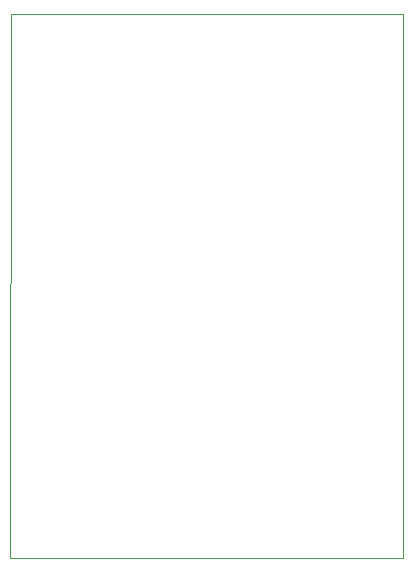
<source format=gbr>
%TF.GenerationSoftware,KiCad,Pcbnew,7.0.10-7.0.10~ubuntu22.04.1*%
%TF.CreationDate,2024-01-30T00:04:26+01:00*%
%TF.ProjectId,MailBox_LP_Notifier,4d61696c-426f-4785-9f4c-505f4e6f7469,rev?*%
%TF.SameCoordinates,Original*%
%TF.FileFunction,Profile,NP*%
%FSLAX46Y46*%
G04 Gerber Fmt 4.6, Leading zero omitted, Abs format (unit mm)*
G04 Created by KiCad (PCBNEW 7.0.10-7.0.10~ubuntu22.04.1) date 2024-01-30 00:04:26*
%MOMM*%
%LPD*%
G01*
G04 APERTURE LIST*
%TA.AperFunction,Profile*%
%ADD10C,0.100000*%
%TD*%
G04 APERTURE END LIST*
D10*
X117729000Y-101473000D02*
X117779800Y-55422800D01*
X150952200Y-55422800D02*
X150977600Y-101473000D01*
X117779800Y-55422800D02*
X150952200Y-55422800D01*
X150977600Y-101473000D02*
X117729000Y-101473000D01*
M02*

</source>
